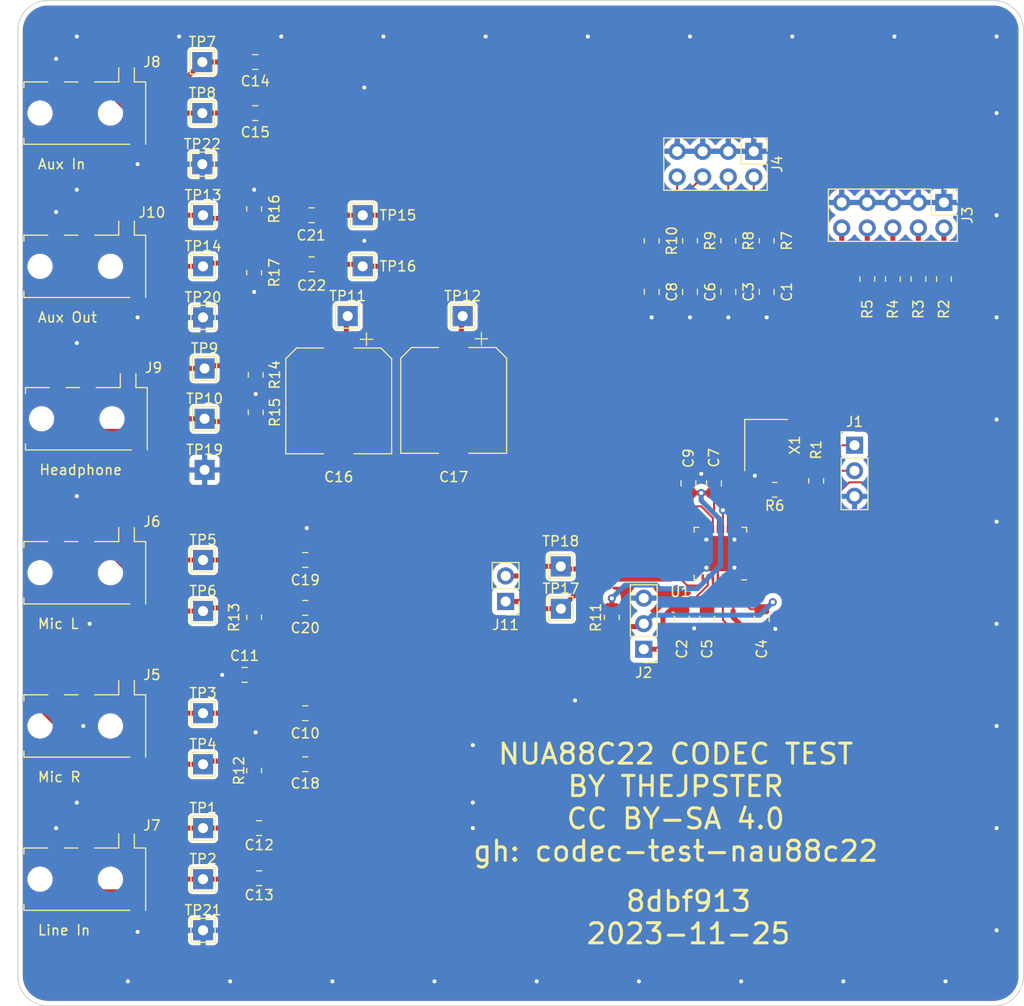
<source format=kicad_pcb>
(kicad_pcb (version 20211014) (generator pcbnew)
  (title_block (title "NUA88C22 CODEC TEST") (date "2023-11-18") (rev "Rev 1.0") (comment 1 "By theJPster"))
  (layers (0 "F.Cu" signal) (31 "B.Cu" signal) (34 "B.Paste" user) (35 "F.Paste" user) (36 "B.SilkS" user "B.Silkscreen") (37 "F.SilkS" user "F.Silkscreen") (38 "B.Mask" user) (39 "F.Mask" user) (44 "Edge.Cuts" user))
  (property "date" "2023-11-25")
  (property "version" "8dbf913")
  (net 0 "")
  (net 1 "GND")
  (net 2 "+5V")
  (net 3 "+3.3VA")
  (net 4 "+3.3V")
  (net 5 "Net-(J3-Pad2)")
  (net 6 "Net-(J3-Pad4)")
  (net 7 "Net-(J3-Pad6)")
  (net 8 "Net-(J3-Pad8)")
  (net 9 "Net-(J3-Pad10)")
  (net 10 "Net-(J4-Pad2)")
  (net 11 "Net-(J4-Pad4)")
  (net 12 "Net-(J4-Pad6)")
  (net 13 "Net-(J4-Pad8)")
  (net 14 "Net-(R1-Pad2)")
  (net 15 "/CS")
  (net 16 "/SCLK")
  (net 17 "/VREF")
  (net 18 "/SDIO")
  (net 19 "/MODE")
  (net 20 "/RMDC+")
  (net 21 "/RM+")
  (net 22 "/MICBIAS")
  (net 23 "/LLIN_DC")
  (net 24 "/LLIN")
  (net 25 "/RLIN_DC")
  (net 26 "/RLIN")
  (net 27 "/LAUXIN_DC")
  (net 28 "/LAUXIN")
  (net 29 "/RAUXIN_DC")
  (net 30 "/RAUXIN")
  (net 31 "/LHP_DC")
  (net 32 "/LHP")
  (net 33 "/RHP_DC")
  (net 34 "/RHP")
  (net 35 "/RMDC-")
  (net 36 "/RM-")
  (net 37 "/LMDC+")
  (net 38 "/LM+")
  (net 39 "/LMDC-")
  (net 40 "/LM-")
  (net 41 "/AUXOUT1_DC")
  (net 42 "/AUXOUT1")
  (net 43 "/AUXOUT2_DC")
  (net 44 "/AUXOUT2")
  (net 45 "/TRI")
  (net 46 "/LSPK")
  (net 47 "/RSPK")
  (net 48 "/FS")
  (net 49 "/BCLK")
  (net 50 "/ADCOUT")
  (net 51 "/DACIN")
  (net 52 "/MCLK")
  (footprint "TestPoint:TestPoint_THTPad_2.0x2.0mm_Drill1.0mm" (layer "F.Cu") (at 58.195 71.12)
    (fp_text reference "TP7")
    (fp_text value "TestPoint")
  )
  (footprint "Resistor_SMD:R_0805_2012Metric" (layer "F.Cu") (at 102.87 88.9 -90)
    (fp_text reference "R10")
    (fp_text value "220")
  )
  (footprint "Capacitor_SMD:C_0805_2012Metric" (layer "F.Cu") (at 63.46 71.12 180)
    (fp_text reference "C14")
    (fp_text value "1u")
  )
  (footprint "Package_DFN_QFN:VQFN-32-1EP_5x5mm_P0.5mm_EP3.5x3.5mm" (layer "F.Cu") (at 109.7 120.015 180)
    (fp_text reference "U1")
    (fp_text value "NAU88C22")
  )
  (footprint "TestPoint:TestPoint_THTPad_2.0x2.0mm_Drill1.0mm" (layer "F.Cu") (at 93.825 121.285 180)
    (fp_text reference "TP18")
    (fp_text value "TestPoint")
  )
  (footprint "Capacitor_SMD:C_0805_2012Metric" (layer "F.Cu") (at 63.845 147.32 180)
    (fp_text reference "C12")
    (fp_text value "1u")
  )
  (footprint "Resistor_SMD:R_0805_2012Metric" (layer "F.Cu") (at 63.345 126.365 -90)
    (fp_text reference "R13")
    (fp_text value "2k2")
  )
  (footprint "Capacitor_SMD:C_0805_2012Metric" (layer "F.Cu") (at 69.06 91.24 180)
    (fp_text reference "C22")
    (fp_text value "1u")
  )
  (footprint "Connector_Audio:Jack_3.5mm_PJ320D_Horizontal" (layer "F.Cu") (at 46.835 152.4)
    (fp_text reference "J7")
    (fp_text value "AudioJack4")
  )
  (footprint "TestPoint:TestPoint_THTPad_2.0x2.0mm_Drill1.0mm" (layer "F.Cu") (at 74.14 91.44)
    (fp_text reference "TP16")
    (fp_text value "TestPoint")
  )
  (footprint "Capacitor_SMD:C_0805_2012Metric" (layer "F.Cu") (at 102.87 93.98 -90)
    (fp_text reference "C8")
    (fp_text value "47p")
  )
  (footprint "TestPoint:TestPoint_THTPad_2.0x2.0mm_Drill1.0mm" (layer "F.Cu") (at 58.265 125.73)
    (fp_text reference "TP6")
    (fp_text value "TestPoint")
  )
  (footprint "Resistor_SMD:R_0805_2012Metric" (layer "F.Cu") (at 129.385 92.71 -90)
    (fp_text reference "R3")
    (fp_text value "220")
  )
  (footprint "Capacitor_SMD:C_0805_2012Metric" (layer "F.Cu") (at 108.375 126.5 -90)
    (fp_text reference "C5")
    (fp_text value "4u7")
  )
  (footprint "TestPoint:TestPoint_THTPad_2.0x2.0mm_Drill1.0mm" (layer "F.Cu") (at 84.074 96.393)
    (fp_text reference "TP12")
    (fp_text value "TestPoint")
  )
  (footprint "Capacitor_SMD:C_0805_2012Metric" (layer "F.Cu") (at 106.68 93.98 -90)
    (fp_text reference "C6")
    (fp_text value "47p")
  )
  (footprint "Resistor_SMD:R_0805_2012Metric" (layer "F.Cu") (at 63.345 85.725 -90)
    (fp_text reference "R16")
    (fp_text value "10k")
  )
  (footprint "Capacitor_SMD:C_0805_2012Metric" (layer "F.Cu") (at 114.3 93.98 -90)
    (fp_text reference "C1")
    (fp_text value "47p")
  )
  (footprint "Capacitor_SMD:C_0805_2012Metric" (layer "F.Cu") (at 62.395 132.08 180)
    (fp_text reference "C11")
    (fp_text value "4u7")
  )
  (footprint "TestPoint:TestPoint_THTPad_2.0x2.0mm_Drill1.0mm" (layer "F.Cu") (at 58.265 157.48)
    (fp_text reference "TP21")
    (fp_text value "TestPoint")
  )
  (footprint "Capacitor_SMD:C_0805_2012Metric" (layer "F.Cu") (at 68.425 135.89 180)
    (fp_text reference "C10")
    (fp_text value "1u")
  )
  (footprint "Capacitor_SMD:C_0805_2012Metric" (layer "F.Cu") (at 109.065 113.03 90)
    (fp_text reference "C7")
    (fp_text value "4u7")
  )
  (footprint "Resistor_SMD:R_0805_2012Metric" (layer "F.Cu") (at 126.845 92.71 -90)
    (fp_text reference "R4")
    (fp_text value "220")
  )
  (footprint "Resistor_SMD:R_0805_2012Metric" (layer "F.Cu") (at 63.345 92.075 90)
    (fp_text reference "R17")
    (fp_text value "10k")
  )
  (footprint "TestPoint:TestPoint_THTPad_2.0x2.0mm_Drill1.0mm" (layer "F.Cu") (at 93.845 125.5)
    (fp_text reference "TP17")
    (fp_text value "TestPoint")
  )
  (footprint "Resistor_SMD:R_0805_2012Metric" (layer "F.Cu") (at 106.68 88.9 -90)
    (fp_text reference "R9")
    (fp_text value "220")
  )
  (footprint "Capacitor_SMD:C_0805_2012Metric" (layer "F.Cu") (at 68.425 120.65 180)
    (fp_text reference "C19")
    (fp_text value "1u")
  )
  (footprint "Capacitor_SMD:C_0805_2012Metric" (layer "F.Cu") (at 110.49 93.98 -90)
    (fp_text reference "C3")
    (fp_text value "47p")
  )
  (footprint "Capacitor_SMD:C_0805_2012Metric" (layer "F.Cu") (at 106.525 113.03 90)
    (fp_text reference "C9")
    (fp_text value "4u7")
  )
  (footprint "Capacitor_SMD:C_0805_2012Metric" (layer "F.Cu") (at 63.46 76.2 180)
    (fp_text reference "C15")
    (fp_text value "1u")
  )
  (footprint "Connector_Audio:Jack_3.5mm_PJ320D_Horizontal" (layer "F.Cu") (at 46.835 121.92)
    (fp_text reference "J6")
    (fp_text value "AudioJack4")
  )
  (footprint "Capacitor_SMD:C_0805_2012Metric" (layer "F.Cu") (at 69.06 86.36 180)
    (fp_text reference "C21")
    (fp_text value "1u")
  )
  (footprint "TestPoint:TestPoint_THTPad_2.0x2.0mm_Drill1.0mm" (layer "F.Cu") (at 58.265 140.97)
    (fp_text reference "TP4")
    (fp_text value "TestPoint")
  )
  (footprint "" (layer "F.Cu") (at 58.42 111.685)
    (fp_text reference "")
    (fp_text value "")
  )
  (footprint "Resistor_SMD:R_0805_2012Metric" (layer "F.Cu") (at 119.225 112.776 -90)
    (fp_text reference "R1")
    (fp_text value "220")
  )
  (footprint "TestPoint:TestPoint_THTPad_2.0x2.0mm_Drill1.0mm" (layer "F.Cu") (at 58.265 120.65)
    (fp_text reference "TP5")
    (fp_text value "TestPoint")
  )
  (footprint "Capacitor_SMD:C_0805_2012Metric" (layer "F.Cu") (at 63.845 152.3 180)
    (fp_text reference "C13")
    (fp_text value "1u")
  )
  (footprint "Resistor_SMD:R_0805_2012Metric" (layer "F.Cu") (at 63.5 102.235 90)
    (fp_text reference "R14")
    (fp_text value "10k")
  )
  (footprint "TestPoint:TestPoint_THTPad_2.0x2.0mm_Drill1.0mm" (layer "F.Cu") (at 74.14 86.36)
    (fp_text reference "TP15")
    (fp_text value "TestPoint")
  )
  (footprint "Connector_PinHeader_2.54mm:PinHeader_1x03_P2.54mm_Vertical" (layer "F.Cu") (at 102.08 129.525 180)
    (fp_text reference "J2")
    (fp_text value "Conn_01x03_Male")
  )
  (footprint "Capacitor_SMD:C_0805_2012Metric" (layer "F.Cu") (at 68.425 140.97 180)
    (fp_text reference "C18")
    (fp_text value "1u")
  )
  (footprint "Connector_Audio:Jack_3.5mm_PJ320D_Horizontal" (layer "F.Cu") (at 46.835 91.44)
    (fp_text reference "J10")
    (fp_text value "AudioJack4")
  )
  (footprint "Oscillator:Oscillator_SMD_Abracon_ASE-4Pin_3.2x2.5mm_HandSoldering" (layer "F.Cu") (at 114.245 109.22 -90)
    (fp_text reference "X1")
    (fp_text value "ASCO 12.288 MHz")
  )
  (footprint "Resistor_SMD:R_0805_2012Metric" (layer "F.Cu") (at 114.3 88.9 -90)
    (fp_text reference "R7")
    (fp_text value "220")
  )
  (footprint "TestPoint:TestPoint_THTPad_2.0x2.0mm_Drill1.0mm" (layer "F.Cu") (at 58.265 86.36)
    (fp_text reference "TP13")
    (fp_text value "TestPoint")
  )
  (footprint "Connector_PinHeader_2.54mm:PinHeader_2x05_P2.54mm_Vertical" (layer "F.Cu") (at 131.92 85.085 -90)
    (fp_text reference "J3")
    (fp_text value "Conn_02x05_Odd_Even")
  )
  (footprint "TestPoint:TestPoint_THTPad_2.0x2.0mm_Drill1.0mm" (layer "F.Cu") (at 58.265 96.52)
    (fp_text reference "TP20")
    (fp_text value "TestPoint")
  )
  (footprint "Capacitor_SMD:C_0805_2012Metric" (layer "F.Cu") (at 68.425 125.4125 180)
    (fp_text reference "C20")
    (fp_text value "1u")
  )
  (footprint "Connector_PinHeader_2.54mm:PinHeader_2x04_P2.54mm_Vertical" (layer "F.Cu") (at 113.02 80.005 -90)
    (fp_text reference "J4")
    (fp_text value "Conn_02x04_Odd_Even")
  )
  (footprint "Capacitor_SMD:C_0805_2012Metric" (layer "F.Cu") (at 105.875 126.5 -90)
    (fp_text reference "C2")
    (fp_text value "4u7")
  )
  (footprint "TestPoint:TestPoint_THTPad_2.0x2.0mm_Drill1.0mm" (layer "F.Cu") (at 58.195 76.2)
    (fp_text reference "TP8")
    (fp_text value "TestPoint")
  )
  (footprint "Resistor_SMD:R_0805_2012Metric" (layer "F.Cu") (at 98.905 126.365 90)
    (fp_text reference "R11")
    (fp_text value "0")
  )
  (footprint "Resistor_SMD:R_0805_2012Metric" (layer "F.Cu") (at 63.345 141.605 -90)
    (fp_text reference "R12")
    (fp_text value "2k2")
  )
  (footprint "TestPoint:TestPoint_THTPad_2.0x2.0mm_Drill1.0mm" (layer "F.Cu") (at 58.42 106.605)
    (fp_text reference "TP10")
    (fp_text value "TestPoint")
  )
  (footprint "Connector_PinHeader_2.54mm:PinHeader_1x02_P2.54mm_Vertical" (layer "F.Cu") (at 88.345 124.775 180)
    (fp_text reference "J11")
    (fp_text value "Conn_01x02_Male")
  )
  (footprint "Resistor_SMD:R_0805_2012Metric" (layer "F.Cu") (at 110.49 88.9 -90)
    (fp_text reference "R8")
    (fp_text value "220")
  )
  (footprint "Capacitor_SMD:CP_Elec_10x10" (layer "F.Cu") (at 83.185 104.775 -90)
    (fp_text reference "C17")
    (fp_text value "220u")
  )
  (footprint "Resistor_SMD:R_0805_2012Metric" (layer "F.Cu") (at 131.925 92.71 -90)
    (fp_text reference "R2")
    (fp_text value "220")
  )
  (footprint "Resistor_SMD:R_0805_2012Metric" (layer "F.Cu") (at 115.0975 113.665 180)
    (fp_text reference "R6")
    (fp_text value "220")
  )
  (footprint "TestPoint:TestPoint_THTPad_2.0x2.0mm_Drill1.0mm" (layer "F.Cu") (at 58.265 147.32)
    (fp_text reference "TP1")
    (fp_text value "TestPoint")
  )
  (footprint "Capacitor_SMD:CP_Elec_10x10" (layer "F.Cu") (at 71.755 104.8245 -90)
    (fp_text reference "C16")
    (fp_text value "220u")
  )
  (footprint "Connector_Audio:Jack_3.5mm_PJ320D_Horizontal" (layer "F.Cu") (at 46.835 137.16)
    (fp_text reference "J5")
    (fp_text value "AudioJack4")
  )
  (footprint "Resistor_SMD:R_0805_2012Metric" (layer "F.Cu") (at 63.5 105.97 -90)
    (fp_text reference "R15")
    (fp_text value "10k")
  )
  (footprint "Connector_PinHeader_2.54mm:PinHeader_1x03_P2.54mm_Vertical" (layer "F.Cu") (at 123.035 109.235)
    (fp_text reference "J1")
    (fp_text value "Conn_01x03_Male")
  )
  (footprint "Connector_Audio:Jack_3.5mm_PJ320D_Horizontal" (layer "F.Cu") (at 46.835 76.2)
    (fp_text reference "J8")
    (fp_text value "AudioJack4")
  )
  (footprint "Capacitor_SMD:C_0805_2012Metric" (layer "F.Cu") (at 113.815 126.5 -90)
    (fp_text reference "C4")
    (fp_text value "4u7")
  )
  (footprint "TestPoint:TestPoint_THTPad_2.0x2.0mm_Drill1.0mm" (layer "F.Cu") (at 58.265 135.89)
    (fp_text reference "TP3")
    (fp_text value "TestPoint")
  )
  (footprint "TestPoint:TestPoint_THTPad_2.0x2.0mm_Drill1.0mm" (layer "F.Cu") (at 58.195 81.28)
    (fp_text reference "TP22")
    (fp_text value "TestPoint")
  )
  (footprint "TestPoint:TestPoint_THTPad_2.0x2.0mm_Drill1.0mm" (layer "F.Cu") (at 58.265 91.44)
    (fp_text reference "TP14")
    (fp_text value "TestPoint")
  )
  (footprint "TestPoint:TestPoint_THTPad_2.0x2.0mm_Drill1.0mm" (layer "F.Cu") (at 58.265 152.4)
    (fp_text reference "TP2")
    (fp_text value "TestPoint")
  )
  (footprint "TestPoint:TestPoint_THTPad_2.0x2.0mm_Drill1.0mm" (layer "F.Cu") (at 72.644 96.393)
    (fp_text reference "TP11")
    (fp_text value "TestPoint")
  )
  (footprint "Connector_Audio:Jack_3.5mm_PJ320D_Horizontal" (layer "F.Cu") (at 46.99 106.605)
    (fp_text reference "J9")
    (fp_text value "AudioJack4")
  )
  (footprint "TestPoint:TestPoint_THTPad_2.0x2.0mm_Drill1.0mm" (layer "F.Cu") (at 58.42 101.6)
    (fp_text reference "TP9")
    (fp_text value "TestPoint")
  )
  (footprint "Resistor_SMD:R_0805_2012Metric" (layer "F.Cu") (at 124.305 92.71 -90)
    (fp_text reference "R5")
    (fp_text value "220")
  )
  (gr_arc (start 39.845 68) (mid 40.72368 65.87868) (end 42.845 65) (layer "Edge.Cuts") (width 0.1))
  (gr_arc (start 42.845 165) (mid 40.72368 164.12132) (end 39.845 162) (layer "Edge.Cuts") (width 0.1))
  (gr_line (start 42.845 65) (end 136.845 65) (layer "Edge.Cuts") (width 0.1))
  (gr_arc (start 136.845 65) (mid 138.96632 65.87868) (end 139.845 68) (layer "Edge.Cuts") (width 0.1))
  (gr_line (start 139.845 68) (end 139.845 162) (layer "Edge.Cuts") (width 0.1))
  (gr_line (start 39.845 68) (end 39.845 162) (layer "Edge.Cuts") (width 0.1))
  (gr_arc (start 139.845 162) (mid 138.96632 164.12132) (end 136.845 165) (layer "Edge.Cuts") (width 0.1))
  (gr_line (start 42.845 165) (end 136.845 165) (layer "Edge.Cuts") (width 0.1))
  (gr_text "NUA88C22 CODEC TEST\nBY THEJPSTER\nCC BY-SA 4.0\ngh: codec-test-nau88c22" (at 105.255 144.78) (layer "F.SilkS") (effects (font (size 2 2) (thickness 0.3))))
  (gr_text "${version}\n${date}" (at 106.525 156.21) (layer "F.SilkS") (effects (font (size 2 2) (thickness 0.3))))
  (gr_text "Headphone" (at 41.91 111.685) (layer "F.SilkS") (effects (font (size 1 1)) (justify left)))
  (gr_text "Aux Out" (at 41.755 96.52) (layer "F.SilkS") (effects (font (size 1 1)) (justify left)))
  (gr_text "Mic R" (at 41.755 142.24) (layer "F.SilkS") (effects (font (size 1 1)) (justify left)))
  (gr_text "Aux In" (at 41.755 81.28) (layer "F.SilkS") (effects (font (size 1 1)) (justify left)))
  (gr_text "Mic L" (at 41.755 127) (layer "F.SilkS") (effects (font (size 1 1)) (justify left)))
  (gr_text "TP19" (at 58.42 109.687) (layer "F.SilkS") (effects (font (size 1 1))))
  (gr_text "Line In" (at 41.755 157.48) (layer "F.SilkS") (effects (font (size 1 1)) (justify left)))
  (segment (start 107.091 127.45) (end 108.375 127.45) (width 0.5) (layer "F.Cu") (net 1))
  (segment (start 105.875 127.45) (end 107.091 127.45) (width 0.5) (layer "F.Cu") (net 1))
  (segment (start 107.7925 112.08) (end 109.065 112.08) (width 0.5) (layer "F.Cu") (net 1))
  (segment (start 43.66 149.15) (end 43.66 147.32) (width 0.5) (layer "F.Cu") (net 1))
  (segment (start 109.95 117.565) (end 109.95 119.765) (width 0.2) (layer "F.Cu") (net 1))
  (segment (start 113.815 127.45) (end 115.103 127.45) (width 0.5) (layer "F.Cu") (net 1))
  (segment (start 102.87 96.52) (end 102.87 94.803) (width 0.5) (layer "F.Cu") (net 1))
  (segment (start 106.525 112.08) (end 107.7925 112.08) (width 0.5) (layer "F.Cu") (net 1))
  (segment (start 109.95 115.693) (end 109.95 117.565) (width 0.2) (layer "F.Cu") (net 1))
  (segment (start 63.5 104.14) (end 63.5 105.0575) (width 0.5) (layer "F.Cu") (net 1))
  (segment (start 51.76 81.28) (end 51.76 79.45) (width 0.5) (layer "F.Cu") (net 1))
  (segment (start 43.66 88.19) (end 43.66 86.0425) (width 0.5) (layer "F.Cu") (net 1))
  (segment (start 110.49 96.52) (end 110.49 94.82) (width 0.5) (layer "F.Cu") (net 1))
  (segment (start 63.345 92.9875) (end 63.345 93.98) (width 0.5) (layer "F.Cu") (net 1))
  (segment (start 106.68 96.52) (end 106.68 94.803) (width 0.5) (layer "F.Cu") (net 1))
  (segment (start 51.76 96.52) (end 51.76 94.69) (width 0.5) (layer "F.Cu") (net 1))
  (segment (start 113.145 112.252) (end 113.129 112.268) (width 0.2) (layer "F.Cu") (net 1))
  (segment (start 63.5 103.1475) (end 63.5 104.14) (width 0.5) (layer "F.Cu") (net 1))
  (segment (start 61.445 132.08) (end 60.17 132.08) (width 0.5) (layer "F.Cu") (net 1))
  (segment (start 113.145 110.595) (end 113.145 112.252) (width 0.2) (layer "F.Cu") (net 1))
  (segment (start 43.66 72.95) (end 43.66 70.8025) (width 0.5) (layer "F.Cu") (net 1))
  (segment (start 51.76 157.635) (end 51.76 155.65) (width 0.5) (layer "F.Cu") (net 1))
  (segment (start 115.103 127.45) (end 115.161 127.508) (width 0.5) (layer "F.Cu") (net 1))
  (segment (start 107.25 121.765) (end 107.95 121.765) (width 0.2) (layer "F.Cu") (net 1))
  (segment (start 114.3 96.52) (end 114.3 94.93) (width 0.5) (layer "F.Cu") (net 1))
  (segment (start 109.45 122.465) (end 109.45 120.265) (width 0.2) (layer "F.Cu") (net 1))
  (segment (start 107.95 121.765) (end 108.303 121.412) (width 0.2) (layer "F.Cu") (net 1))
  (segment (start 63.345 84.8125) (end 63.345 83.82) (width 0.5) (layer "F.Cu") (net 1))
  (via (at 51.76 157.635) (size 0.8) (drill 0.4) (layers "F.Cu" "B.Cu") (net 1))
  (via (at 108.303 121.412) (size 0.8) (drill 0.4) (layers "F.Cu" "B.Cu") (net 1))
  (via (at 45.72 114.3) (size 0.8) (drill 0.4) (layers "F.Cu" "B.Cu") (net 1))
  (via (at 46.355 137.16) (size 0.8) (drill 0.4) (layers "F.Cu" "B.Cu") (net 1))
  (via (at 45.72 144.78) (size 0.8) (drill 0.4) (layers "F.Cu" "B.Cu") (net 1))
  (via (at 109.95 115.693) (size 0.8) (drill 0.4) (layers "F.Cu" "B.Cu") (net 1))
  (via (at 101.6 162.56) (size 0.8) (drill 0.4) (layers "F.Cu" "B.Cu") (net 1))
  (via (at 60.96 162.56) (size 0.8) (drill 0.4) (layers "F.Cu" "B.Cu") (net 1))
  (via (at 68.58 117.475) (size 0.8) (drill 0.4) (layers "F.Cu" "B.Cu") (net 1))
  (via (at 55.88 68.58) (size 0.8) (drill 0.4) (layers "F.Cu" "B.Cu") (net 1))
  (via (at 137.16 106.68) (size 0.8) (drill 0.4) (layers "F.Cu" "B.Cu") (net 1))
  (via (at 86.36 68.58) (size 0.8) (drill 0.4) (layers "F.Cu" "B.Cu") (net 1))
  (via (at 137.16 116.84) (size 0.8) (drill 0.4) (layers "F.Cu" "B.Cu") (net 1))
  (via (at 66.04 68.58) (size 0.8) (drill 0.4) (layers "F.Cu" "B.Cu") (net 1))
  (via (at 81.28 162.56) (size 0.8) (drill 0.4) (layers "F.Cu" "B.Cu") (net 1))
  (via (at 63.345 93.98) (size 0.8) (drill 0.4) (layers "F.Cu" "B.Cu") (net 1))
  (via (at 107.091 127.45) (size 0.8) (drill 0.4) (layers "F.Cu" "B.Cu") (net 1))
  (via (at 63.5 137.795) (size 0.8) (drill 0.4) (layers "F.Cu" "B.Cu") (net 1))
  (via (at 106.68 96.52) (size 0.8) (drill 0.4) (layers "F.Cu" "B.Cu") (net 1))
  (via (at 50.8 162.56) (size 0.8) (drill 0.4) (layers "F.Cu" "B.Cu") (net 1))
  (via (at 137.16 147.32) (size 0.8) (drill 0.4) (layers "F.Cu" "B.Cu") (net 1))
  (via (at 95.25 134.62) (size 0.8) (drill 0.4) (layers "F.Cu" "B.Cu") (net 1))
  (via (at 137.16 76.2) (size 0.8) (drill 0.4) (layers "F.Cu" "B.Cu") (net 1))
  (via (at 137.16 137.16) (size 0.8) (drill 0.4) (layers "F.Cu" "B.Cu") (net 1))
  (via (at 121.92 162.56) (size 0.8) (drill 0.4) (layers "F.Cu" "B.Cu") (net 1))
  (via (at 111.76 162.56) (size 0.8) (drill 0.4) (layers "F.Cu" "B.Cu") (net 1))
  (via (at 107.7925 112.08) (size 0.8) (drill 0.4) (layers "F.Cu" "B.Cu") (net 1))
  (via (at 91.44 162.56) (size 0.8) (drill 0.4) (layers "F.Cu" "B.Cu") (net 1))
  (via (at 71.12 162.56) (size 0.8) (drill 0.4) (layers "F.Cu" "B.Cu") (net 1))
  (via (at 96.52 68.58) (size 0.8) (drill 0.4) (layers "F.Cu" "B.Cu") (net 1))
  (via (at 106.68 68.58) (size 0.8) (drill 0.4) (layers "F.Cu" "B.Cu") (net 1))
  (via (at 137.16 96.52) (size 0.8) (drill 0.4) (layers "F.Cu" "B.Cu") (net 1))
  (via (at 43.66 147.32) (size 0.8) (drill 0.4) (layers "F.Cu" "B.Cu") (net 1))
  (via (at 43.66 70.8025) (size 0.8) (drill 0.4) (layers "F.Cu" "B.Cu") (net 1))
  (via (at 116.84 68.58) (size 0.8) (drill 0.4) (layers "F.Cu" "B.Cu") (net 1))
  (via (at 127 68.58) (size 0.8) (drill 0.4) (layers "F.Cu" "B.Cu") (net 1))
  (via (at 63.345 83.82) (size 0.8) (drill 0.4) (layers "F.Cu" "B.Cu") (net 1))
  (via (at 111.097 121.412) (size 0.8) (drill 0.4) (layers "F.Cu" "B.Cu") (net 1))
  (via (at 137.16 127) (size 0.8) (drill 0.4) (layers "F.Cu" "B.Cu") (net 1))
  (via (at 76.2 68.58) (size 0.8) (drill 0.4) (layers "F.Cu" "B.Cu") (net 1))
  (via (at 43.66 86.0425) (size 0.8) (drill 0.4) (layers "F.Cu" "B.Cu") (net 1))
  (via (at 137.16 68.58) (size 0.8) (drill 0.4) (layers "F.Cu" "B.Cu") (net 1))
  (via (at 113.129 112.268) (size 0.8) (drill 0.4) (layers "F.Cu" "B.Cu") (net 1))
  (via (at 74.295 73.66) (size 0.8) (drill 0.4) (layers "F.Cu" "B.Cu") (net 1))
  (via (at 45.72 83.82) (size 0.8) (drill 0.4) (layers "F.Cu" "B.Cu") (net 1))
  (via (at 46.99 127) (size 0.8) (drill 0.4) (layers "F.Cu" "B.Cu") (net 1))
  (via (at 74.295 88.9) (size 0.8) (drill 0.4) (layers "F.Cu" "B.Cu") (net 1))
  (via (at 60.17 132.08) (size 0.8) (drill 0.4) (layers "F.Cu" "B.Cu") (net 1))
  (via (at 102.87 96.52) (size 0.8) (drill 0.4) (layers "F.Cu" "B.Cu") (net 1))
  (via (at 137.16 86.36) (size 0.8) (drill 0.4) (layers "F.Cu" "B.Cu") (net 1))
  (via (at 85.09 144.78) (size 0.8) (drill 0.4) (layers "F.Cu" "B.Cu") (net 1))
  (via (at 51.76 81.28) (size 0.8) (drill 0.4) (layers "F.Cu" "B.Cu") (net 1))
  (via (at 45.72 68.58) (size 0.8) (drill 0.4) (layers "F.Cu" "B.Cu") (net 1))
  (via (at 115.161 127.508) (size 0.8) (drill 0.4) (layers "F.Cu" "B.Cu") (net 1))
  (via (at 114.3 96.52) (size 0.8) (drill 0.4) (layers "F.Cu" "B.Cu") (net 1))
  (via (at 85.09 139.065) (size 0.8) (drill 0.4) (layers "F.Cu" "B.Cu") (net 1))
  (via (at 111.097 118.618) (size 0.8) (drill 0.4) (layers "F.Cu" "B.Cu") (net 1))
  (via (at 51.76 96.52) (size 0.8) (drill 0.4) (layers "F.Cu" "B.Cu") (net 1))
  (via (at 108.303 118.618) (size 0.8) (drill 0.4) (layers "F.Cu" "B.Cu") (net 1))
  (via (at 45.72 99.06) (size 0.8) (drill 0.4) (layers "F.Cu" "B.Cu") (net 1))
  (via (at 110.49 96.52) (size 0.8) (drill 0.4) (layers "F.Cu" "B.Cu") (net 1))
  (via (at 63.5 104.14) (size 0.8) (drill 0.4) (layers "F.Cu" "B.Cu") (net 1))
  (via (at 137.16 157.48) (size 0.8) (drill 0.4) (layers "F.Cu" "B.Cu") (net 1))
  (via (at 85.09 147.32) (size 0.8) (drill 0.4) (layers "F.Cu" "B.Cu") (net 1))
  (via (at 132.08 162.56) (size 0.8) (drill 0.4) (layers "F.Cu" "B.Cu") (net 1))
  (segment (start 102.08 129.525) (end 103.619 129.525) (width 0.5) (layer "F.Cu") (net 2))
  (segment (start 108.45 122.465) (end 108.45 123.17) (width 0.2) (layer "F.Cu") (net 2))
  (segment (start 103.619 129.525) (end 103.985 129.159) (width 0.5) (layer "F.Cu") (net 2))
  (segment (start 103.985 126.365) (end 104.8 125.55) (width 0.5) (layer "F.Cu") (net 2))
  (segment (start 104.8 125.55) (end 105.875 125.55) (width 0.5) (layer "F.Cu") (net 2))
  (segment (start 103.985 129.159) (end 103.985 126.365) (width 0.5) (layer "F.Cu") (net 2))
  (segment (start 108.45 123.17) (end 106.07 125.55) (width 0.2) (layer "F.Cu") (net 2))
  (segment (start 112.695 125.55) (end 113.815 125.55) (width 0.2) (layer "F.Cu") (net 3))
  (segment (start 110.95 122.465) (end 110.95 123.805) (width 0.2) (layer "F.Cu") (net 3))
  (segment (start 110.95 123.805) (end 112.695 125.55) (width 0.2) (layer "F.Cu") (net 3))
  (segment (start 98.905 127.2775) (end 101.7875 127.2775) (width 0.5) (layer "F.Cu") (net 3))
  (segment (start 114.198 125.55) (end 114.907 124.841) (width 0.5) (layer "F.Cu") (net 3))
  (via (at 114.907 124.841) (size 0.8) (drill 0.4) (layers "F.Cu" "B.Cu") (net 3))
  (segment (start 102.08 126.985) (end 102.93 126.135) (width 0.5) (layer "B.Cu") (net 3))
  (segment (start 113.613 126.135) (end 114.907 124.841) (width 0.5) (layer "B.Cu") (net 3))
  (segment (start 102.93 126.135) (end 113.613 126.135) (width 0.5) (layer "B.Cu") (net 3))
  (segment (start 110.6525 113.9825) (end 109.0675 113.9825) (width 0.2) (layer "F.Cu") (net 4))
  (segment (start 109.45 116.336) (end 109.065 115.951) (width 0.2) (layer "F.Cu") (net 4))
  (segment (start 111.2875 106.045) (end 110.97 106.3625) (width 0.2) (layer "F.Cu") (net 4))
  (segment (start 106.525 113.98) (end 109.065 113.98) (width 0.5) (layer "F.Cu") (net 4))
  (segment (start 107.795 115.316) (end 107.033 115.316) (width 0.2) (layer "F.Cu") (net 4))
  (segment (start 109.065 115.951) (end 109.065 113.98) (width 0.2) (layer "F.Cu") (net 4))
  (segment (start 118.485 107.845) (end 119.875 109.235) (width 0.2) (layer "F.Cu") (net 4))
  (segment (start 108.95 117.565) (end 108.95 116.471) (width 0.2) (layer "F.Cu") (net 4))
  (segment (start 110.97 113.665) (end 110.6525 113.9825) (width 0.2) (layer "F.Cu") (net 4))
  (segment (start 115.345 107.845) (end 118.485 107.845) (width 0.2) (layer "F.Cu") (net 4))
  (segment (start 106.525 114.808) (end 106.525 113.98) (width 0.2) (layer "F.Cu") (net 4))
  (segment (start 98.905 125.4525) (end 98.905 124.46) (width 0.5) (layer "F.Cu") (net 4))
  (segment (start 109.45 117.565) (end 109.45 116.336) (width 0.2) (layer "F.Cu") (net 4))
  (segment (start 108.95 116.471) (end 107.795 115.316) (width 0.2) (layer "F.Cu") (net 4))
  (segment (start 119.875 109.235) (end 123.035 109.235) (width 0.2) (layer "F.Cu") (net 4))
  (segment (start 110.97 106.3625) (end 110.97 113.665) (width 0.2) (layer "F.Cu") (net 4))
  (segment (start 107.033 115.316) (end 106.525 114.808) (width 0.2) (layer "F.Cu") (net 4))
  (segment (start 115.345 107.5625) (end 113.8275 106.045) (width 0.2) (layer "F.Cu") (net 4))
  (segment (start 113.8275 106.045) (end 111.2875 106.045) (width 0.2) (layer "F.Cu") (net 4))
  (via (at 98.905 124.46) (size 0.8) (drill 0.4) (layers "F.Cu" "B.Cu") (net 4))
  (via (at 107.795 113.9825) (size 0.8) (drill 0.4) (layers "F.Cu" "B.Cu") (net 4))
  (segment (start 109.7 116.645082) (end 107.795 114.740082) (width 0.5) (layer "B.Cu") (net 4))
  (segment (start 103.6675 123.5075) (end 107.409582 123.5075) (width 0.5) (layer "B.Cu") (net 4))
  (segment (start 100.22 123.145) (end 103.305 123.145) (width 0.5) (layer "B.Cu") (net 4))
  (segment (start 109.7 121.285) (end 109.7 116.645082) (width 0.5) (layer "B.Cu") (net 4))
  (segment (start 98.905 124.46) (end 100.22 123.145) (width 0.5) (layer "B.Cu") (net 4))
  (segment (start 109.632082 121.285) (end 109.7 121.285) (width 0.5) (layer "B.Cu") (net 4))
  (segment (start 103.305 123.145) (end 103.6675 123.5075) (width 0.5) (layer "B.Cu") (net 4))
  (segment (start 107.409582 123.5075) (end 109.632082 121.285) (width 0.5) (layer "B.Cu") (net 4))
  (segment (start 107.795 114.740082) (end 107.795 113.9825) (width 0.5) (layer "B.Cu") (net 4))
  (segment (start 131.92 87.625) (end 131.92 91.7925) (width 0.5) (layer "F.Cu") (net 5))
  (segment (start 129.38 87.625) (end 129.38 91.7925) (width 0.5) (layer "F.Cu") (net 6))
  (segment (start 126.84 87.625) (end 126.84 91.7925) (width 0.5) (layer "F.Cu") (net 7))
  (segment (start 124.3 87.625) (end 124.3 91.7925) (width 0.5) (layer "F.Cu") (net 8))
  (segment (start 117.28 114.935) (end 116.01 113.665) (width 0.2) (layer "F.Cu") (net 9))
  (segment (start 115.345 112.0075) (end 115.345 110.595) (width 0.2) (layer "F.Cu") (net 9))
  (segment (start 125.73 111.76) (end 125.73 101.755) (width 0.5) (layer "F.Cu") (net 9))
  (segment (start 125.045 112.925) (end 122.505 112.925) (width 0.2) (layer "F.Cu") (net 9))
  (segment (start 122.505 112.925) (end 120.495 114.935) (width 0.2) (layer "F.Cu") (net 9))
  (segment (start 116.01 112.6725) (end 115.345 112.0075) (width 0.2) (layer "F.Cu") (net 9))
  (segment (start 120.495 114.935) (end 117.28 114.935) (width 0.2) (layer "F.Cu") (net 9))
  (segment (start 125.73 111.76) (end 125.73 112.24) (width 0.2) (layer "F.Cu") (net 9))
  (segment (start 125.73 112.24) (end 125.045 112.925) (width 0.2) (layer "F.Cu") (net 9))
  (segment (start 116.01 113.665) (end 116.01 112.6725) (width 0.2) (layer "F.Cu") (net 9))
  (segment (start 121.76 97.785) (end 121.76 87.625) (width 0.5) (layer "F.Cu") (net 9))
  (segment (start 125.73 101.755) (end 121.76 97.785) (width 0.5) (layer "F.Cu") (net 9))
  (segment (start 114.3 86.36) (end 113.02 85.08) (width 0.2) (layer "F.Cu") (net 10))
  (segment (start 114.3 87.9875) (end 114.3 86.36) (width 0.2) (layer "F.Cu") (net 10))
  (segment (start 113.02 85.08) (end 113.02 82.545) (width 0.2) (layer "F.Cu") (net 10))
  (segment (start 110.48 82.545) (end 110.48 87.9775) (width 0.2) (layer "F.Cu") (net 11))
  (segment (start 106.807 83.678) (end 106.807 87.8605) (width 0.2) (layer "F.Cu") (net 12))
  (segment (start 107.94 82.545) (end 106.807 83.678) (width 0.2) (layer "F.Cu") (net 12))
  (segment (start 105.4 83.83) (end 102.87 86.36) (width 0.2) (layer "F.Cu") (net 13))
  (segment (start 102.87 86.36) (end 102.87 87.9875) (width 0.2) (layer "F.Cu") (net 13))
  (segment (start 105.4 82.545) (end 105.4 83.83) (width 0.2) (layer "F.Cu") (net 13))
  (segment (start 117.9785 113.6885) (end 119.225 113.6885) (width 0.2) (layer "F.Cu") (net 14))
  (segment (start 113.145 108.093) (end 114.272 109.22) (width 0.2) (layer "F.Cu") (net 14))
  (segment (start 116.812 109.22) (end 117.574 109.982) (width 0.2) (layer "F.Cu") (net 14))
  (segment (start 117.574 113.284) (end 117.9785 113.6885) (width 0.2) (layer "F.Cu") (net 14))
  (segment (start 114.272 109.22) (end 116.812 109.22) (width 0.2) (layer "F.Cu") (net 14))
  (segment (start 117.574 109.982) (end 117.574 113.284) (width 0.2) (layer "F.Cu") (net 14))
  (segment (start 105.255 115.316) (end 105.763 115.824) (width 0.2) (layer "F.Cu") (net 15))
  (segment (start 114.3 93.03) (end 114.3 89.8125) (width 0.2) (layer "F.Cu") (net 15))
  (segment (start 108.45 116.86) (end 108.45 117.565) (width 0.2) (layer "F.Cu") (net 15))
  (segment (start 105.763 115.824) (end 107.414 115.824) (width 0.2) (layer "F.Cu") (net 15))
  (segment (start 113.03 99.06) (end 105.255 106.835) (width 0.2) (layer "F.Cu") (net 15))
  (segment (start 105.255 106.835) (end 105.255 115.316) (width 0.2) (layer "F.Cu") (net 15))
  (segment (start 114.3 93.03) (end 113.03 94.3) (width 0.2) (layer "F.Cu") (net 15))
  (segment (start 113.03 94.3) (end 113.03 99.06) (width 0.2) (layer "F.Cu") (net 15))
  (segment (start 107.414 115.824) (end 108.45 116.86) (width 0.2) (layer "F.Cu") (net 15))
  (segment (start 107.95 117.565) (end 107.95 116.925686) (width 0.2) (layer "F.Cu") (net 16))
  (segment (start 103.985 114.935) (end 103.985 104.295) (width 0.2) (layer "F.Cu") (net 16))
  (segment (start 109.22 94.3) (end 110.49 93.03) (width 0.2) (layer "F.Cu") (net 16))
  (segment (start 109.22 99.06) (end 109.22 94.3) (width 0.2) (layer "F.Cu") (net 16))
  (segment (start 110.49 89.8125) (end 110.49 92.92) (width 0.2) (layer "F.Cu") (net 16))
  (segment (start 105.509 116.459) (end 103.985 114.935) (width 0.2) (layer "F.Cu") (net 16))
  (segment (start 103.985 104.295) (end 109.22 99.06) (width 0.2) (layer "F.Cu") (net 16))
  (segment (start 107.95 116.925686) (end 107.483314 116.459) (width 0.2) (layer "F.Cu") (net 16))
  (segment (start 107.483314 116.459) (end 105.509 116.459) (width 0.2) (layer "F.Cu") (net 16))
  (segment (start 108.95 123.94) (end 108.375 124.515) (width 0.2) (layer "F.Cu") (net 17))
  (segment (start 108.95 122.465) (end 108.95 123.94) (width 0.2) (layer "F.Cu") (net 17))
  (segment (start 108.375 124.515) (end 108.375 125.55) (width 0.2) (layer "F.Cu") (net 17))
  (segment (start 102.235 115.09) (end 105.41 118.265) (width 0.2) (layer "F.Cu") (net 18))
  (segment (start 105.41 98.7425) (end 102.235 101.9175) (width 0.2) (layer "F.Cu") (net 18))
  (segment (start 106.68 93.03) (end 105.41 94.3) (width 0.2) (layer "F.Cu") (net 18))
  (segment (start 105.41 94.3) (end 105.41 98.7425) (width 0.2) (layer "F.Cu") (net 18))
  (segment (start 106.68 89.8125) (end 106.68 93.03) (width 0.2) (layer "F.Cu") (net 18))
  (segment (start 105.41 118.265) (end 107.25 118.265) (width 0.2) (layer "F.Cu") (net 18))
  (segment (start 102.235 101.9175) (end 102.235 115.09) (width 0.2) (layer "F.Cu") (net 18))
  (segment (start 107.25 118.765) (end 104.3225 118.765) (width 0.2) (layer "F.Cu") (net 19))
  (segment (start 102.87 89.8125) (end 102.87 92.97) (width 0.2) (layer "F.Cu") (net 19))
  (segment (start 104.3225 118.765) (end 100.965 115.4075) (width 0.2) (layer "F.Cu") (net 19))
  (segment (start 100.965 94.615) (end 102.55 93.03) (width 0.2) (layer "F.Cu") (net 19))
  (segment (start 100.965 115.4075) (end 100.965 94.615) (width 0.2) (layer "F.Cu") (net 19))
  (segment (start 120.495 121.285) (end 119.86 120.65) (width 0.2) (layer "F.Cu") (net 20))
  (segment (start 119.86 120.65) (end 114.4625 120.65) (width 0.2) (layer "F.Cu") (net 20))
  (segment (start 81.125 146.05) (end 70.965 135.89) (width 0.5) (layer "F.Cu") (net 20))
  (segment (start 123.035 123.825) (end 123.035 142.24) (width 0.5) (layer "F.Cu") (net 20))
  (segment (start 70.965 135.89) (end 69.375 135.89) (width 0.5) (layer "F.Cu") (net 20))
  (segment (start 114.4625 120.65) (end 114.0775 120.265) (width 0.2) (layer "F.Cu") (net 20))
  (segment (start 120.495 121.285) (end 123.035 123.825) (width 0.5) (layer "F.Cu") (net 20))
  (segment (start 119.225 146.05) (end 81.125 146.05) (width 0.5) (layer "F.Cu") (net 20))
  (segment (start 114.0775 120.265) (end 112.15 120.265) (width 0.2) (layer "F.Cu") (net 20))
  (segment (start 123.035 142.24) (end 119.225 146.05) (width 0.5) (layer "F.Cu") (net 20))
  (segment (start 54.455 135.89) (end 67.475 135.89) (width 0.5) (layer "F.Cu") (net 21))
  (segment (start 50.66 133.91) (end 52.475 133.91) (width 0.5) (layer "F.Cu") (net 21))
  (segment (start 52.475 133.91) (end 54.455 135.89) (width 0.5) (layer "F.Cu") (net 21))
  (segment (start 43.025 115.57) (end 41.755 116.84) (width 0.5) (layer "F.Cu") (net 22))
  (segment (start 41.755 119.38) (end 44.295 121.92) (width 0.5) (layer "F.Cu") (net 22))
  (segment (start 63.345 129.54) (end 44.295 129.54) (width 0.5) (layer "F.Cu") (net 22))
  (segment (start 115.7325 123.5075) (end 116.685 124.46) (width 0.5) (layer "F.Cu") (net 22))
  (segment (start 115.0975 123.5075) (end 111.9225 123.5075) (width 0.2) (layer "F.Cu") (net 22))
  (segment (start 50.495269 143.8275) (end 62.035 143.8275) (width 0.5) (layer "F.Cu") (net 22))
  (segment (start 115.0975 123.5075) (end 115.7325 123.5075) (width 0.5) (layer "F.Cu") (net 22))
  (segment (start 78.74 120.805) (end 73.505 115.57) (width 0.5) (layer "F.Cu") (net 22))
  (segment (start 89.38 138.43) (end 78.74 127.79) (width 0.5) (layer "F.Cu") (net 22))
  (segment (start 116.05 138.43) (end 89.38 138.43) (width 0.5) (layer "F.Cu") (net 22))
  (segment (start 111.375 122.96) (end 111.375 122.4675) (width 0.2) (layer "F.Cu") (net 22))
  (segment (start 41.755 135.087231) (end 41.755 132.08) (width 0.5) (layer "F.Cu") (net 22))
  (segment (start 111.3775 122.465) (end 111.45 122.465) (width 0.2) (layer "F.Cu") (net 22))
  (segment (start 63.345 132.08) (end 63.345 129.54) (width 0.5) (layer "F.Cu") (net 22))
  (segment (start 73.505 115.57) (end 43.025 115.57) (width 0.5) (layer "F.Cu") (net 22))
  (segment (start 111.375 122.4675) (end 111.3775 122.465) (width 0.2) (layer "F.Cu") (net 22))
  (segment (start 111.9225 123.5075) (end 111.375 122.96) (width 0.2) (layer "F.Cu") (net 22))
  (segment (start 116.685 137.795) (end 116.05 138.43) (width 0.5) (layer "F.Cu") (net 22))
  (segment (start 78.74 127.79) (end 78.74 120.805) (width 0.5) (layer "F.Cu") (net 22))
  (segment (start 44.295 121.92) (end 44.295 129.54) (width 0.5) (layer "F.Cu") (net 22))
  (segment (start 62.035 143.8275) (end 63.345 142.5175) (width 0.5) (layer "F.Cu") (net 22))
  (segment (start 63.345 129.54) (end 63.345 127.2775) (width 0.5) (layer "F.Cu") (net 22))
  (segment (start 116.685 124.46) (end 116.685 137.795) (width 0.5) (layer "F.Cu") (net 22))
  (segment (start 41.755 132.08) (end 44.295 129.54) (width 0.5) (layer "F.Cu") (net 22))
  (segment (start 50.495269 143.8275) (end 41.755 135.087231) (width 0.5) (layer "F.Cu") (net 22))
  (segment (start 41.755 116.84) (end 41.755 119.38) (width 0.5) (layer "F.Cu") (net 22))
  (segment (start 119.225 121.92) (end 121.13 123.825) (width 0.5) (layer "F.Cu") (net 23))
  (segment (start 68.425 134.62) (end 68.425 146.05) (width 0.5) (layer "F.Cu") (net 23))
  (segment (start 83.665 143.51) (end 73.505 133.35) (width 0.5) (layer "F.Cu") (net 23))
  (segment (start 67.155 147.32) (end 64.795 147.32) (width 0.5) (layer "F.Cu") (net 23))
  (segment (start 118.59 121.285) (end 113.8275 121.285) (width 0.2) (layer "F.Cu") (net 23))
  (segment (start 121.13 123.825) (end 121.13 140.335) (width 0.5) (layer "F.Cu") (net 23))
  (segment (start 69.695 133.35) (end 68.425 134.62) (width 0.5) (layer "F.Cu") (net 23))
  (segment (start 119.225 121.92) (end 118.59 121.285) (width 0.2) (layer "F.Cu") (net 23))
  (segment (start 113.8275 121.285) (end 113.3075 120.765) (width 0.2) (layer "F.Cu") (net 23))
  (segment (start 113.3075 120.765) (end 112.15 120.765) (width 0.2) (layer "F.Cu") (net 23))
  (segment (start 117.955 143.51) (end 83.665 143.51) (width 0.5) (layer "F.Cu") (net 23))
  (segment (start 73.505 133.35) (end 69.695 133.35) (width 0.5) (layer "F.Cu") (net 23))
  (segment (start 68.425 146.05) (end 67.155 147.32) (width 0.5) (layer "F.Cu") (net 23))
  (segment (start 121.13 140.335) (end 117.955 143.51) (width 0.5) (layer "F.Cu") (net 23))
  (segment (start 50.66 149.15) (end 53.26 149.15) (width 0.5) (layer "F.Cu") (net 24))
  (segment (start 55.09 147.32) (end 58.265 147.32) (width 0.5) (layer "F.Cu") (net 24))
  (segment (start 58.265 147.32) (end 62.895 147.32) (width 0.5) (layer "F.Cu") (net 24))
  (segment (start 53.26 149.15) (end 55.09 147.32) (width 0.5) (layer "F.Cu") (net 24))
  (segment (start 128.115 123.825) (end 128.115 144.78) (width 0.5) (layer "F.Cu") (net 25))
  (segment (start 128.115 144.78) (end 120.595 152.3) (width 0.5) (layer "F.Cu") (net 25))
  (segment (start 120.595 152.3) (end 64.795 152.3) (width 0.5) (layer "F.Cu") (net 25))
  (segment (start 121.92 119.38) (end 121.805 119.265) (width 0.2) (layer "F.Cu") (net 25))
  (segment (start 121.805 119.265) (end 112.15 119.265) (width 0.2) (layer "F.Cu") (net 25))
  (segment (start 123.67 119.38) (end 128.115 123.825) (width 0.5) (layer "F.Cu") (net 25))
  (segment (start 122.555 119.38) (end 123.67 119.38) (width 0.5) (layer "F.Cu") (net 25))
  (segment (start 122.555 119.38) (end 121.92 119.38) (width 0.2) (layer "F.Cu") (net 25))
  (segment (start 46.66 149.15) (end 46.66 152.07) (width 0.5) (layer "F.Cu") (net 26))
  (segment (start 46.66 152.07) (end 48.240001 153.650001) (width 0.5) (layer "F.Cu") (net 26))
  (segment (start 58.265 152.4) (end 62.795 152.4) (width 0.5) (layer "F.Cu") (net 26))
  (segment (start 50.184999 153.650001) (end 51.435 152.4) (width 0.5) (layer "F.Cu") (net 26))
  (segment (start 51.435 152.4) (end 58.265 152.4) (width 0.5) (layer "F.Cu") (net 26))
  (segment (start 48.240001 153.650001) (end 50.184999 153.650001) (width 0.5) (layer "F.Cu") (net 26))
  (segment (start 103.235 119.265) (end 107.25 119.265) (width 0.2) (layer "F.Cu") (net 27))
  (segment (start 98.425 81.435) (end 88.11 71.12) (width 0.5) (layer "F.Cu") (net 27))
  (segment (start 88.11 71.12) (end 64.41 71.12) (width 0.5) (layer "F.Cu") (net 27))
  (segment (start 98.425 114.455) (end 98.425 81.435) (width 0.5) (layer "F.Cu") (net 27))
  (segment (start 102.715 118.745) (end 103.235 119.265) (width 0.2) (layer "F.Cu") (net 27))
  (segment (start 102.715 118.745) (end 98.425 114.455) (width 0.5) (layer "F.Cu") (net 27))
  (segment (start 50.66 72.95) (end 56.365 72.95) (width 0.5) (layer "F.Cu") (net 28))
  (segment (start 56.365 72.95) (end 58.195 71.12) (width 0.5) (layer "F.Cu") (net 28))
  (segment (start 58.195 71.12) (end 62.51 71.12) (width 0.5) (layer "F.Cu") (net 28))
  (segment (start 95.885 113.97875) (end 95.885 85.88) (width 0.5) (layer "F.Cu") (net 29))
  (segment (start 101.60375 119.6975) (end 95.885 113.97875) (width 0.5) (layer "F.Cu") (net 29))
  (segment (start 101.581815 119.765) (end 105.64 119.765) (width 0.2) (layer "F.Cu") (net 29))
  (segment (start 101.7625 119.6975) (end 101.83 119.765) (width 0.2) (layer "F.Cu") (net 29))
  (segment (start 101.83 119.765) (end 107.25 119.765) (width 0.2) (layer "F.Cu") (net 29))
  (segment (start 101.7625 119.6975) (end 101.60375 119.6975) (width 0.5) (layer "F.Cu") (net 29))
  (segment (start 86.205 76.2) (end 64.41 76.2) (width 0.5) (layer "F.Cu") (net 29))
  (segment (start 95.885 85.88) (end 86.205 76.2) (width 0.5) (layer "F.Cu") (net 29))
  (segment (start 47.76 72.95) (end 51.01 76.2) (width 0.5) (layer "F.Cu") (net 30))
  (segment (start 51.01 76.2) (end 58.195 76.2) (width 0.5) (layer "F.Cu") (net 30))
  (segment (start 58.195 76.2) (end 62.51 76.2) (width 0.5) (layer "F.Cu") (net 30))
  (segment (start 46.66 72.95) (end 47.76 72.95) (width 0.5) (layer "F.Cu") (net 30))
  (segment (start 80.645 104.14) (end 78.74 102.235) (width 0.5) (layer "F.Cu") (net 31))
  (segment (start 110.97 125.095) (end 110.45 124.575) (width 0.2) (layer "F.Cu") (net 31))
  (segment (start 78.74 102.235) (end 78.74 101.6) (width 0.5) (layer "F.Cu") (net 31))
  (segment (start 111.605 127) (end 110.97 126.365) (width 0.5) (layer "F.Cu") (net 31))
  (segment (start 72.517 100.838) (end 72.517 96.52) (width 0.5) (layer "F.Cu") (net 31))
  (segment (start 83.82 116.84) (end 83.82 128.425) (width 0.5) (layer "F.Cu") (net 31))
  (segment (start 77.9645 100.8245) (end 71.755 100.8245) (width 0.5) (layer "F.Cu") (net 31))
  (segment (start 110.97 126.365) (end 110.97 125.73) (width 0.5) (layer "F.Cu") (net 31))
  (segment (start 83.5025 104.14) (end 80.645 104.14) (width 0.5) (layer "F.Cu") (net 31))
  (segment (start 109.065 135.89) (end 111.605 133.35) (width 0.5) (layer "F.Cu") (net 31))
  (segment (start 83.82 116.84) (end 86.36 114.3) (width 0.5) (layer "F.Cu") (net 31))
  (segment (start 91.285 135.89) (end 109.065 135.89) (width 0.5) (layer "F.Cu") (net 31))
  (segment (start 83.82 128.425) (end 91.285 135.89) (width 0.5) (layer "F.Cu") (net 31))
  (segment (start 110.45 124.575) (end 110.45 122.465) (width 0.2) (layer "F.Cu") (net 31))
  (segment (start 110.97 125.73) (end 110.97 125.095) (width 0.2) (layer "F.Cu") (net 31))
  (segment (start 78.74 101.6) (end 77.9645 100.8245) (width 0.5) (layer "F.Cu") (net 31))
  (segment (start 86.36 106.9975) (end 83.5025 104.14) (width 0.5) (layer "F.Cu") (net 31))
  (segment (start 86.36 114.3) (end 86.36 106.9975) (width 0.5) (layer "F.Cu") (net 31))
  (segment (start 111.605 133.35) (end 111.605 127) (width 0.5) (layer "F.Cu") (net 31))
  (segment (start 54.61 101.6) (end 58.42 101.6) (width 0.5) (layer "F.Cu") (net 32))
  (segment (start 71.755 104.775) (end 71.755 108.8245) (width 0.5) (layer "F.Cu") (net 32))
  (segment (start 52.855 103.355) (end 54.61 101.6) (width 0.5) (layer "F.Cu") (net 32))
  (segment (start 71.12 104.14) (end 71.755 104.775) (width 0.5) (layer "F.Cu") (net 32))
  (segment (start 58.6975 101.3225) (end 63.5 101.3225) (width 0.5) (layer "F.Cu") (net 32))
  (segment (start 66.3975 101.3225) (end 69.215 104.14) (width 0.5) (layer "F.Cu") (net 32))
  (segment (start 63.5 101.3225) (end 66.3975 101.3225) (width 0.5) (layer "F.Cu") (net 32))
  (segment (start 69.215 104.14) (end 71.12 104.14) (width 0.5) (layer "F.Cu") (net 32))
  (segment (start 50.815 103.355) (end 52.855 103.355) (width 0.5) (layer "F.Cu") (net 32))
  (segment (start 85.725 127.3175) (end 85.725 119.38) (width 0.5) (layer "F.Cu") (net 33))
  (segment (start 88.265 105.1065) (end 83.947 100.7885) (width 0.5) (layer "F.Cu") (net 33))
  (segment (start 106.525 132.715) (end 91.1225 132.715) (width 0.5) (layer "F.Cu") (net 33))
  (segment (start 110.335 128.905) (end 106.525 132.715) (width 0.5) (layer "F.Cu") (net 33))
  (segment (start 83.947 100.7885) (end 83.947 96.52) (width 0.5) (layer "F.Cu") (net 33))
  (segment (start 109.95 126.615) (end 109.95 122.465) (width 0.2) (layer "F.Cu") (net 33))
  (segment (start 91.1225 132.715) (end 85.725 127.3175) (width 0.5) (layer "F.Cu") (net 33))
  (segment (start 85.725 119.38) (end 88.265 116.84) (width 0.5) (layer "F.Cu") (net 33))
  (segment (start 110.335 127.635) (end 110.335 127) (width 0.2) (layer "F.Cu") (net 33))
  (segment (start 88.265 116.84) (end 88.265 105.1065) (width 0.5) (layer "F.Cu") (net 33))
  (segment (start 110.335 127) (end 109.95 126.615) (width 0.2) (layer "F.Cu") (net 33))
  (segment (start 110.335 127.635) (end 110.335 128.905) (width 0.5) (layer "F.Cu") (net 33))
  (segment (start 63.5 106.8825) (end 66.8775 106.8825) (width 0.5) (layer "F.Cu") (net 34))
  (segment (start 69.215 112.395) (end 82.55 112.395) (width 0.5) (layer "F.Cu") (net 34))
  (segment (start 48.065001 107.855001) (end 50.894999 107.855001) (width 0.5) (layer "F.Cu") (net 34))
  (segment (start 66.8775 106.8825) (end 67.945 107.95) (width 0.5) (layer "F.Cu") (net 34))
  (segment (start 46.815 106.605) (end 48.065001 107.855001) (width 0.5) (layer "F.Cu") (net 34))
  (segment (start 50.894999 107.855001) (end 52.145 106.605) (width 0.5) (layer "F.Cu") (net 34))
  (segment (start 82.55 112.395) (end 83.185 111.76) (width 0.5) (layer "F.Cu") (net 34))
  (segment (start 83.185 111.76) (end 83.185 108.775) (width 0.5) (layer "F.Cu") (net 34))
  (segment (start 52.145 106.605) (end 58.42 106.605) (width 0.5) (layer "F.Cu") (net 34))
  (segment (start 46.815 103.355) (end 46.815 106.605) (width 0.5) (layer "F.Cu") (net 34))
  (segment (start 58.6975 106.8825) (end 63.5 106.8825) (width 0.5) (layer "F.Cu") (net 34))
  (segment (start 67.945 107.95) (end 67.945 111.125) (width 0.5) (layer "F.Cu") (net 34))
  (segment (start 67.945 111.125) (end 69.215 112.395) (width 0.5) (layer "F.Cu") (net 34))
  (segment (start 114.8625 119.78) (end 112.165 119.78) (width 0.2) (layer "F.Cu") (net 35))
  (segment (start 125.575 124.46) (end 121.765 120.65) (width 0.5) (layer "F.Cu") (net 35))
  (segment (start 120.495 148.59) (end 125.575 143.51) (width 0.5) (layer "F.Cu") (net 35))
  (segment (start 72.235 140.97) (end 79.855 148.59) (width 0.5) (layer "F.Cu") (net 35))
  (segment (start 121.765 120.65) (end 121.13 120.015) (width 0.2) (layer "F.Cu") (net 35))
  (segment (start 115.0975 120.015) (end 114.8625 119.78) (width 0.2) (layer "F.Cu") (net 35))
  (segment (start 125.575 143.51) (end 125.575 124.46) (width 0.5) (layer "F.Cu") (net 35))
  (segment (start 121.13 120.015) (end 115.0975 120.015) (width 0.2) (layer "F.Cu") (net 35))
  (segment (start 69.375 140.97) (end 72.235 140.97) (width 0.5) (layer "F.Cu") (net 35))
  (segment (start 79.855 148.59) (end 120.495 148.59) (width 0.5) (layer "F.Cu") (net 35))
  (segment (start 48.105 134.105) (end 51.76 137.76) (width 0.5) (layer "F.Cu") (net 36))
  (segment (start 46.66 133.91) (end 48.03 133.91) (width 0.5) (layer "F.Cu") (net 36))
  (segment (start 48.03 133.91) (end 48.105 133.985) (width 0.5) (layer "F.Cu") (net 36))
  (segment (start 51.76 137.76) (end 51.76 140.41) (width 0.5) (layer "F.Cu") (net 36))
  (segment (start 48.105 133.985) (end 48.105 134.105) (width 0.5) (layer "F.Cu") (net 36))
  (segment (start 52.32 140.97) (end 58.265 140.97) (width 0.5) (layer "F.Cu") (net 36))
  (segment (start 58.5825 140.6525) (end 63.305 140.6525) (width 0.5) (layer "F.Cu") (net 36))
  (segment (start 43.66 133.91) (end 46.66 133.91) (width 0.5) (layer "F.Cu") (net 36))
  (segment (start 51.76 140.41) (end 52.32 140.97) (width 0.5) (layer "F.Cu") (net 36))
  (segment (start 63.345 140.6925) (end 67.1975 140.6925) (width 0.5) (layer "F.Cu") (net 36))
  (segment (start 67.1975 140.6925) (end 67.475 140.97) (width 0.5) (layer "F.Cu") (net 36))
  (segment (start 117.955 138.43) (end 117.955 124.46) (width 0.5) (layer "F.Cu") (net 37))
  (segment (start 76.2 121.7575) (end 76.2 128.425) (width 0.5) (layer "F.Cu") (net 37))
  (segment (start 112.72 121.765) (end 113.51 122.555) (width 0.2) (layer "F.Cu") (net 37))
  (segment (start 116.05 122.555) (end 115.415 122.555) (width 0.5) (layer "F.Cu") (net 37))
  (segment (start 117.955 124.46) (end 116.05 122.555) (width 0.5) (layer "F.Cu") (net 37))
  (segment (start 113.51 122.555) (end 115.415 122.555) (width 0.2) (layer "F.Cu") (net 37))
  (segment (start 69.375 120.65) (end 75.0925 120.65) (width 0.5) (layer "F.Cu") (net 37))
  (segment (start 76.2 128.425) (end 88.11 140.335) (width 0.5) (layer "F.Cu") (net 37))
  (segment (start 75.0925 120.65) (end 76.2 121.7575) (width 0.5) (layer "F.Cu") (net 37))
  (segment (start 112.15 121.765) (end 112.72 121.765) (width 0.2) (layer "F.Cu") (net 37))
  (segment (start 88.11 140.335) (end 116.05 140.335) (width 0.5) (layer "F.Cu") (net 37))
  (segment (start 116.05 140.335) (end 117.955 138.43) (width 0.5) (layer "F.Cu") (net 37))
  (segment (start 53.11 118.67) (end 55.09 120.65) (width 0.5) (layer "F.Cu") (net 38))
  (segment (start 58.265 120.65) (end 67.475 120.65) (width 0.5) (layer "F.Cu") (net 38))
  (segment (start 50.66 118.67) (end 53.11 118.67) (width 0.5) (layer "F.Cu") (net 38))
  (segment (start 55.09 120.65) (end 58.265 120.65) (width 0.5) (layer "F.Cu") (net 38))
  (segment (start 116.84 121.92) (end 113.51 121.92) (width 0.2) (layer "F.Cu") (net 39))
  (segment (start 112.855 121.265) (end 112.15 121.265) (width 0.2) (layer "F.Cu") (net 39))
  (segment (start 119.225 139.22) (end 116.84 141.605) (width 0.5) (layer "F.Cu") (net 39))
  (segment (start 73.66 126.52) (end 72.5525 125.4125) (width 0.5) (layer "F.Cu") (net 39))
  (segment (start 116.84 141.605) (end 85.57 141.605) (width 0.5) (layer "F.Cu") (net 39))
  (segment (start 119.225 123.825) (end 119.225 139.22) (width 0.5) (layer "F.Cu") (net 39))
  (segment (start 113.51 121.92) (end 112.855 121.265) (width 0.2) (layer "F.Cu") (net 39))
  (segment (start 85.57 141.605) (end 73.66 129.695) (width 0.5) (layer "F.Cu") (net 39))
  (segment (start 73.66 129.695) (end 73.66 126.52) (width 0.5) (layer "F.Cu") (net 39))
  (segment (start 116.84 121.92) (end 117.32 121.92) (width 0.5) (layer "F.Cu") (net 39))
  (segment (start 72.5525 125.4125) (end 69.375 125.4125) (width 0.5) (layer "F.Cu") (net 39))
  (segment (start 117.32 121.92) (end 119.225 123.825) (width 0.5) (layer "F.Cu") (net 39))
  (segment (start 46.66 118.67) (end 47.76 118.67) (width 0.5) (layer "F.Cu") (net 40))
  (segment (start 52.32 125.73) (end 58.265 125.73) (width 0.5) (layer "F.Cu") (net 40))
  (segment (start 51.76 125.17) (end 52.32 125.73) (width 0.5) (layer "F.Cu") (net 40))
  (segment (start 51.76 122.67) (end 51.76 125.17) (width 0.5) (layer "F.Cu") (net 40))
  (segment (start 58.5825 125.4125) (end 63.305 125.4125) (width 0.5) (layer "F.Cu") (net 40))
  (segment (start 43.66 118.67) (end 46.66 118.67) (width 0.5) (layer "F.Cu") (net 40))
  (segment (start 47.76 118.67) (end 51.76 122.67) (width 0.5) (layer "F.Cu") (net 40))
  (segment (start 63.345 125.4525) (end 67.1975 125.4525) (width 0.5) (layer "F.Cu") (net 40))
  (segment (start 93.345 92.23) (end 87.475 86.36) (width 0.5) (layer "F.Cu") (net 41))
  (segment (start 99.54 120.015) (end 98.905 119.38) (width 0.2) (layer "F.Cu") (net 41))
  (segment (start 87.475 86.36) (end 74.14 86.36) (width 0.5) (layer "F.Cu") (net 41))
  (segment (start 99.2225 119.6975) (end 93.345 113.82) (width 0.5) (layer "F.Cu") (net 41))
  (segment (start 93.345 113.82) (end 93.345 92.23) (width 0.5) (layer "F.Cu") (net 41))
  (segment (start 70.01 86.36) (end 74.14 86.36) (width 0.5) (layer "F.Cu") (net 41))
  (segment (start 100.60125 120.015) (end 99.54 120.015) (width 0.2) (layer "F.Cu") (net 41))
  (segment (start 107.25 120.265) (end 100.85125 120.265) (width 0.2) (layer "F.Cu") (net 41))
  (segment (start 100.85125 120.265) (end 100.60125 120.015) (width 0.2) (layer "F.Cu") (net 41))
  (segment (start 58.5825 86.6775) (end 63.305 86.6775) (width 0.5) (layer "F.Cu") (net 42))
  (segment (start 67.8325 86.6375) (end 68.11 86.36) (width 0.5) (layer "F.Cu") (net 42))
  (segment (start 63.345 86.6375) (end 67.8325 86.6375) (width 0.5) (layer "F.Cu") (net 42))
  (segment (start 53.5775 88.19) (end 55.4075 86.36) (width 0.5) (layer "F.Cu") (net 42))
  (segment (start 50.66 88.19) (end 53.5775 88.19) (width 0.5) (layer "F.Cu") (net 42))
  (segment (start 55.4075 86.36) (end 58.265 86.36) (width 0.5) (layer "F.Cu") (net 42))
  (segment (start 99.655 120.765) (end 97.75 120.765) (width 0.5) (layer "F.Cu") (net 43))
  (segment (start 70.01 91.24) (end 73.94 91.24) (width 0.5) (layer "F.Cu") (net 43))
  (segment (start 97.75 120.765) (end 90.805 113.82) (width 0.5) (layer "F.Cu") (net 43))
  (segment (start 90.805 113.82) (end 90.805 97.31) (width 0.5) (layer "F.Cu") (net 43))
  (segment (start 84.935 91.44) (end 74.14 91.44) (width 0.5) (layer "F.Cu") (net 43))
  (segment (start 107.25 120.765) (end 99.655 120.765) (width 0.2) (layer "F.Cu") (net 43))
  (segment (start 90.805 97.31) (end 84.935 91.44) (width 0.5) (layer "F.Cu") (net 43))
  (segment (start 63.345 91.1625) (end 68.0325 91.1625) (width 0.5) (layer "F.Cu") (net 44))
  (segment (start 46.66 88.19) (end 48.03 88.19) (width 0.5) (layer "F.Cu") (net 44))
  (segment (start 51.28 91.44) (end 58.265 91.44) (width 0.5) (layer "F.Cu") (net 44))
  (segment (start 48.03 88.19) (end 51.28 91.44) (width 0.5) (layer "F.Cu") (net 44))
  (segment (start 58.5825 91.1225) (end 63.305 91.1225) (width 0.5) (layer "F.Cu") (net 44))
  (segment (start 119.3135 111.775) (end 123.035 111.775) (width 0.2) (layer "F.Cu") (net 45))
  (segment (start 96.79 122.555) (end 93.845 125.5) (width 0.5) (layer "F.Cu") (net 46))
  (segment (start 107.668 123.19) (end 107.95 122.908) (width 0.2) (layer "F.Cu") (net 46))
  (segment (start 91.388 125.5) (end 93.845 125.5) (width 0.5) (layer "F.Cu") (net 46))
  (segment (start 104.775 122.555) (end 96.79 122.555) (width 0.5) (layer "F.Cu") (net 46))
  (segment (start 88.345 124.775) (end 90.663 124.775) (width 0.5) (layer "F.Cu") (net 46))
  (segment (start 90.663 124.775) (end 91.388 125.5) (width 0.5) (layer "F.Cu") (net 46))
  (segment (start 106.398 123.19) (end 107.668 123.19) (width 0.2) (layer "F.Cu") (net 46))
  (segment (start 105.763 122.555) (end 106.398 123.19) (width 0.2) (layer "F.Cu") (net 46))
  (segment (start 104.775 122.555) (end 105.763 122.555) (width 0.2) (layer "F.Cu") (net 46))
  (segment (start 107.95 122.908) (end 107.95 122.465) (width 0.2) (layer "F.Cu") (net 46))
  (segment (start 106.418 121.265) (end 107.25 121.265) (width 0.2) (layer "F.Cu") (net 47))
  (segment (start 88.345 122.235) (end 90.0175 122.235) (width 0.5) (layer "F.Cu") (net 47))
  (segment (start 90.9675 121.285) (end 93.825 121.285) (width 0.5) (layer "F.Cu") (net 47))
  (segment (start 106.144 121.539) (end 106.418 121.265) (width 0.2) (layer "F.Cu") (net 47))
  (segment (start 90.0175 122.235) (end 90.9675 121.285) (width 0.5) (layer "F.Cu") (net 47))
  (segment (start 104.775 121.539) (end 106.144 121.539) (width 0.2) (layer "F.Cu") (net 47))
  (segment (start 104.775 121.539) (end 94.079 121.539) (width 0.5) (layer "F.Cu") (net 47))
  (segment (start 131.925 101.6) (end 131.925 93.6225) (width 0.5) (layer "F.Cu") (net 48))
  (segment (start 113.49 118.765) (end 112.15 118.765) (width 0.2) (layer "F.Cu") (net 48))
  (segment (start 113.51 118.745) (end 113.49 118.765) (width 0.2) (layer "F.Cu") (net 48))
  (segment (start 128.115 118.745) (end 130.81 116.05) (width 0.5) (layer "F.Cu") (net 48))
  (segment (start 130.81 102.715) (end 131.925 101.6) (width 0.5) (layer "F.Cu") (net 48))
  (segment (start 130.81 116.05) (end 130.81 102.715) (width 0.5) (layer "F.Cu") (net 48))
  (segment (start 126.21 118.745) (end 113.51 118.745) (width 0.2) (layer "F.Cu") (net 48))
  (segment (start 126.21 118.745) (end 128.115 118.745) (width 0.5) (layer "F.Cu") (net 48))
  (segment (start 112.72 118.265) (end 112.15 118.265) (width 0.2) (layer "F.Cu") (net 49))
  (segment (start 129.54 115.415) (end 129.54 93.7775) (width 0.5) (layer "F.Cu") (net 49))
  (segment (start 124.94 118.11) (end 112.875 118.11) (width 0.2) (layer "F.Cu") (net 49))
  (segment (start 127.1625 117.475) (end 125.575 117.475) (width 0.2) (layer "F.Cu") (net 49))
  (segment (start 125.575 117.475) (end 124.94 118.11) (width 0.2) (layer "F.Cu") (net 49))
  (segment (start 112.875 118.11) (end 112.72 118.265) (width 0.2) (layer "F.Cu") (net 49))
  (segment (start 127.48 117.475) (end 129.54 115.415) (width 0.5) (layer "F.Cu") (net 49))
  (segment (start 127.1625 117.475) (end 127.48 117.475) (width 0.5) (layer "F.Cu") (net 49))
  (segment (start 128.27 113.665) (end 128.27 114.8575) (width 0.2) (layer "F.Cu") (net 50))
  (segment (start 128.27 114.8575) (end 126.2875 116.84) (width 0.2) (layer "F.Cu") (net 50))
  (segment (start 128.27 99.85) (end 126.845 98.425) (width 0.5) (layer "F.Cu") (net 50))
  (segment (start 113.8275 116.5225) (end 111.9225 116.5225) (width 0.2) (layer "F.Cu") (net 50))
  (segment (start 126.845 98.425) (end 126.845 93.6225) (width 0.5) (layer "F.Cu") (net 50))
  (segment (start 128.27 113.665) (end 128.27 99.85) (width 0.5) (layer "F.Cu") (net 50))
  (segment (start 126.2875 116.84) (end 114.145 116.84) (width 0.2) (layer "F.Cu") (net 50))
  (segment (start 111.45 116.995) (end 111.45 117.565) (width 0.2) (layer "F.Cu") (net 50))
  (segment (start 114.145 116.84) (end 113.8275 116.5225) (width 0.2) (layer "F.Cu") (net 50))
  (segment (start 111.9225 116.5225) (end 111.45 116.995) (width 0.2) (layer "F.Cu") (net 50))
  (segment (start 110.95 116.5425) (end 110.95 117.565) (width 0.2) (layer "F.Cu") (net 51))
  (segment (start 127 114.4625) (end 125.2575 116.205) (width 0.2) (layer "F.Cu") (net 51))
  (segment (start 124.305 98.425) (end 124.305 93.6225) (width 0.5) (layer "F.Cu") (net 51))
  (segment (start 127 113.665) (end 127 114.4625) (width 0.2) (layer "F.Cu") (net 51))
  (segment (start 127 101.12) (end 124.305 98.425) (width 0.5) (layer "F.Cu") (net 51))
  (segment (start 111.9225 115.57) (end 110.95 116.5425) (width 0.2) (layer "F.Cu") (net 51))
  (segment (start 125.2575 116.205) (end 115.415 116.205) (width 0.2) (layer "F.Cu") (net 51))
  (segment (start 114.78 115.57) (end 111.9225 115.57) (width 0.2) (layer "F.Cu") (net 51))
  (segment (start 115.415 116.205) (end 114.78 115.57) (width 0.2) (layer "F.Cu") (net 51))
  (segment (start 127 113.665) (end 127 101.12) (width 0.5) (layer "F.Cu") (net 51))
  (segment (start 114.185 113.665) (end 112.24 113.665) (width 0.2) (layer "F.Cu") (net 52))
  (segment (start 112.24 113.665) (end 111.651475 114.253525) (width 0.2) (layer "F.Cu") (net 52))
  (segment (start 111.651475 114.981475) (end 110.45 116.18295) (width 0.2) (layer "F.Cu") (net 52))
  (segment (start 111.651475 114.253525) (end 111.651475 114.981475) (width 0.2) (layer "F.Cu") (net 52))
  (segment (start 110.45 116.18295) (end 110.45 117.565) (width 0.2) (layer "F.Cu") (net 52))
  (zone (net 1) (net_name "GND") (layers F&B.Cu) (connect_pads (clearance 0.508)) (min_thickness 0.254) (fill yes (thermal_gap 0.508) (thermal_bridge_width 0.508))
    (polygon (pts (xy 139.845 165) (xy 39.845 165) (xy 39.845 65) (xy 139.845 65)))
  )
  (zone (net 1) (net_name "GND") (layer "B.Cu") (connect_pads (clearance 0.508)) (min_thickness 0.254) (fill yes (thermal_gap 0.508) (thermal_bridge_width 0.508))
    (polygon (pts (xy 139.845 165) (xy 39.845 165) (xy 39.845 65) (xy 139.845 65)))
  )
)
</source>
